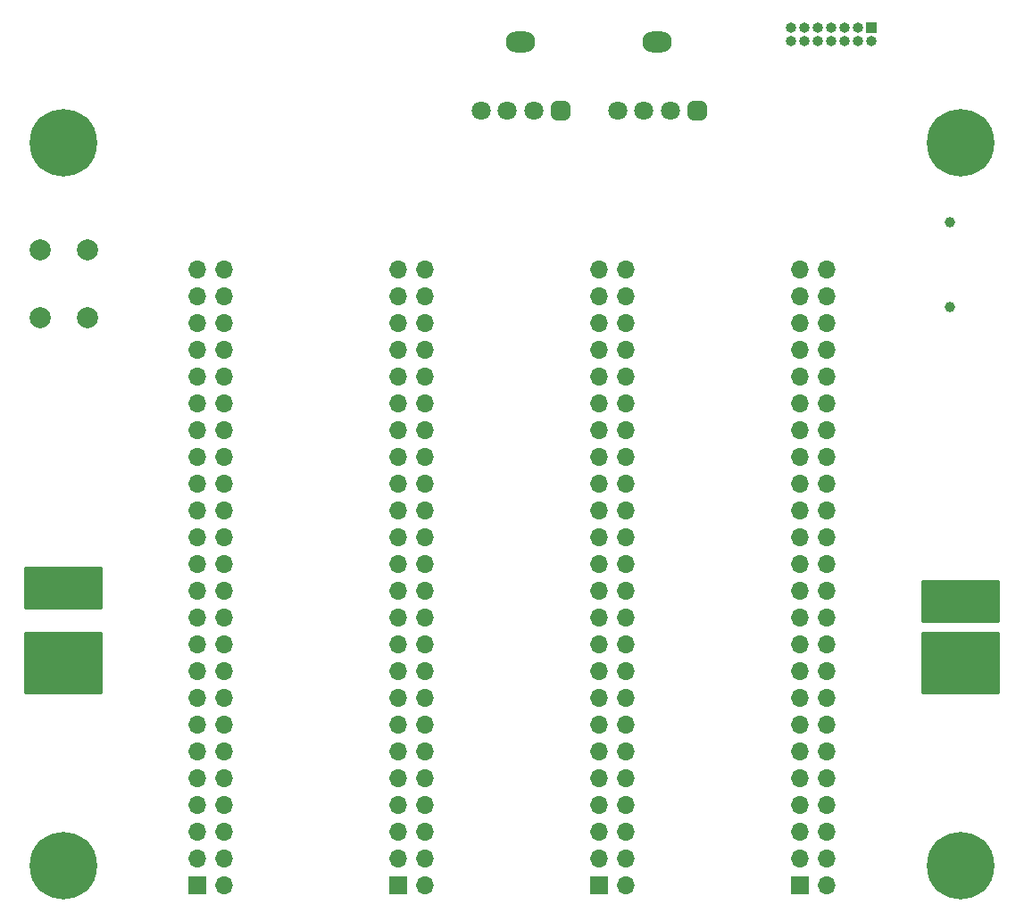
<source format=gbr>
%TF.GenerationSoftware,KiCad,Pcbnew,(6.0.0)*%
%TF.CreationDate,2022-03-21T15:06:36+09:00*%
%TF.ProjectId,MotorDriver base unit,4d6f746f-7244-4726-9976-657220626173,rev?*%
%TF.SameCoordinates,Original*%
%TF.FileFunction,Soldermask,Bot*%
%TF.FilePolarity,Negative*%
%FSLAX46Y46*%
G04 Gerber Fmt 4.6, Leading zero omitted, Abs format (unit mm)*
G04 Created by KiCad (PCBNEW (6.0.0)) date 2022-03-21 15:06:36*
%MOMM*%
%LPD*%
G01*
G04 APERTURE LIST*
G04 Aperture macros list*
%AMRoundRect*
0 Rectangle with rounded corners*
0 $1 Rounding radius*
0 $2 $3 $4 $5 $6 $7 $8 $9 X,Y pos of 4 corners*
0 Add a 4 corners polygon primitive as box body*
4,1,4,$2,$3,$4,$5,$6,$7,$8,$9,$2,$3,0*
0 Add four circle primitives for the rounded corners*
1,1,$1+$1,$2,$3*
1,1,$1+$1,$4,$5*
1,1,$1+$1,$6,$7*
1,1,$1+$1,$8,$9*
0 Add four rect primitives between the rounded corners*
20,1,$1+$1,$2,$3,$4,$5,0*
20,1,$1+$1,$4,$5,$6,$7,0*
20,1,$1+$1,$6,$7,$8,$9,0*
20,1,$1+$1,$8,$9,$2,$3,0*%
G04 Aperture macros list end*
%ADD10O,2.800000X2.000000*%
%ADD11RoundRect,0.450000X0.450000X0.450000X-0.450000X0.450000X-0.450000X-0.450000X0.450000X-0.450000X0*%
%ADD12C,1.800000*%
%ADD13C,2.000000*%
%ADD14R,1.000000X1.000000*%
%ADD15O,1.000000X1.000000*%
%ADD16C,0.800000*%
%ADD17C,6.400000*%
%ADD18C,1.000000*%
%ADD19R,1.700000X1.700000*%
%ADD20O,1.700000X1.700000*%
%ADD21RoundRect,0.100000X-3.600000X-1.900000X3.600000X-1.900000X3.600000X1.900000X-3.600000X1.900000X0*%
%ADD22RoundRect,0.102000X-3.598000X2.898000X-3.598000X-2.898000X3.598000X-2.898000X3.598000X2.898000X0*%
%ADD23RoundRect,0.100000X3.600000X1.900000X-3.600000X1.900000X-3.600000X-1.900000X3.600000X-1.900000X0*%
%ADD24RoundRect,0.102000X3.598000X-2.898000X3.598000X2.898000X-3.598000X2.898000X-3.598000X-2.898000X0*%
G04 APERTURE END LIST*
D10*
%TO.C,J3*%
X80197000Y-27917000D03*
D11*
X83947000Y-34417000D03*
D12*
X81447000Y-34417000D03*
X78947000Y-34417000D03*
X76447000Y-34417000D03*
%TD*%
D10*
%TO.C,J4*%
X93151000Y-27917000D03*
D11*
X96901000Y-34417000D03*
D12*
X94401000Y-34417000D03*
X91901000Y-34417000D03*
X89401000Y-34417000D03*
%TD*%
D13*
%TO.C,SW1*%
X39116000Y-47625000D03*
X39116000Y-54125000D03*
X34616000Y-54125000D03*
X34616000Y-47625000D03*
%TD*%
D14*
%TO.C,J1*%
X113411000Y-26543000D03*
D15*
X113411000Y-27813000D03*
X112141000Y-26543000D03*
X112141000Y-27813000D03*
X110871000Y-26543000D03*
X110871000Y-27813000D03*
X109601000Y-26543000D03*
X109601000Y-27813000D03*
X108331000Y-26543000D03*
X108331000Y-27813000D03*
X107061000Y-26543000D03*
X107061000Y-27813000D03*
X105791000Y-26543000D03*
X105791000Y-27813000D03*
%TD*%
D16*
%TO.C,H3*%
X36830000Y-39865000D03*
X38527056Y-39162056D03*
X34430000Y-37465000D03*
D17*
X36830000Y-37465000D03*
D16*
X39230000Y-37465000D03*
X35132944Y-39162056D03*
X36830000Y-35065000D03*
X35132944Y-35767944D03*
X38527056Y-35767944D03*
%TD*%
%TO.C,H4*%
X121920000Y-35065000D03*
X124320000Y-37465000D03*
X120222944Y-39162056D03*
X120222944Y-35767944D03*
X123617056Y-39162056D03*
D17*
X121920000Y-37465000D03*
D16*
X119520000Y-37465000D03*
X123617056Y-35767944D03*
X121920000Y-39865000D03*
%TD*%
D18*
%TO.C,SW2*%
X120907000Y-53038000D03*
X120907000Y-45038000D03*
%TD*%
D16*
%TO.C,H1*%
X36830000Y-108445000D03*
X39230000Y-106045000D03*
X34430000Y-106045000D03*
X35132944Y-104347944D03*
X35132944Y-107742056D03*
X38527056Y-104347944D03*
X36830000Y-103645000D03*
X38527056Y-107742056D03*
D17*
X36830000Y-106045000D03*
%TD*%
D16*
%TO.C,H2*%
X121920000Y-103645000D03*
X120222944Y-104347944D03*
X121920000Y-108445000D03*
X124320000Y-106045000D03*
X123617056Y-107742056D03*
X119520000Y-106045000D03*
X123617056Y-104347944D03*
D17*
X121920000Y-106045000D03*
D16*
X120222944Y-107742056D03*
%TD*%
D19*
%TO.C,J7*%
X49530000Y-107950000D03*
D20*
X52070000Y-107950000D03*
X49530000Y-105410000D03*
X52070000Y-105410000D03*
X49530000Y-102870000D03*
X52070000Y-102870000D03*
X49530000Y-100330000D03*
X52070000Y-100330000D03*
X49530000Y-97790000D03*
X52070000Y-97790000D03*
X49530000Y-95250000D03*
X52070000Y-95250000D03*
X49530000Y-92710000D03*
X52070000Y-92710000D03*
X49530000Y-90170000D03*
X52070000Y-90170000D03*
X49530000Y-87630000D03*
X52070000Y-87630000D03*
X49530000Y-85090000D03*
X52070000Y-85090000D03*
X49530000Y-82550000D03*
X52070000Y-82550000D03*
X49530000Y-80010000D03*
X52070000Y-80010000D03*
X49530000Y-77470000D03*
X52070000Y-77470000D03*
X49530000Y-74930000D03*
X52070000Y-74930000D03*
X49530000Y-72390000D03*
X52070000Y-72390000D03*
X49530000Y-69850000D03*
X52070000Y-69850000D03*
X49530000Y-67310000D03*
X52070000Y-67310000D03*
X49530000Y-64770000D03*
X52070000Y-64770000D03*
X49530000Y-62230000D03*
X52070000Y-62230000D03*
X49530000Y-59690000D03*
X52070000Y-59690000D03*
X49530000Y-57150000D03*
X52070000Y-57150000D03*
X49530000Y-54610000D03*
X52070000Y-54610000D03*
X49530000Y-52070000D03*
X52070000Y-52070000D03*
X49530000Y-49530000D03*
X52070000Y-49530000D03*
%TD*%
D19*
%TO.C,J8*%
X68580000Y-107950000D03*
D20*
X71120000Y-107950000D03*
X68580000Y-105410000D03*
X71120000Y-105410000D03*
X68580000Y-102870000D03*
X71120000Y-102870000D03*
X68580000Y-100330000D03*
X71120000Y-100330000D03*
X68580000Y-97790000D03*
X71120000Y-97790000D03*
X68580000Y-95250000D03*
X71120000Y-95250000D03*
X68580000Y-92710000D03*
X71120000Y-92710000D03*
X68580000Y-90170000D03*
X71120000Y-90170000D03*
X68580000Y-87630000D03*
X71120000Y-87630000D03*
X68580000Y-85090000D03*
X71120000Y-85090000D03*
X68580000Y-82550000D03*
X71120000Y-82550000D03*
X68580000Y-80010000D03*
X71120000Y-80010000D03*
X68580000Y-77470000D03*
X71120000Y-77470000D03*
X68580000Y-74930000D03*
X71120000Y-74930000D03*
X68580000Y-72390000D03*
X71120000Y-72390000D03*
X68580000Y-69850000D03*
X71120000Y-69850000D03*
X68580000Y-67310000D03*
X71120000Y-67310000D03*
X68580000Y-64770000D03*
X71120000Y-64770000D03*
X68580000Y-62230000D03*
X71120000Y-62230000D03*
X68580000Y-59690000D03*
X71120000Y-59690000D03*
X68580000Y-57150000D03*
X71120000Y-57150000D03*
X68580000Y-54610000D03*
X71120000Y-54610000D03*
X68580000Y-52070000D03*
X71120000Y-52070000D03*
X68580000Y-49530000D03*
X71120000Y-49530000D03*
%TD*%
D19*
%TO.C,J9*%
X87630000Y-107950000D03*
D20*
X90170000Y-107950000D03*
X87630000Y-105410000D03*
X90170000Y-105410000D03*
X87630000Y-102870000D03*
X90170000Y-102870000D03*
X87630000Y-100330000D03*
X90170000Y-100330000D03*
X87630000Y-97790000D03*
X90170000Y-97790000D03*
X87630000Y-95250000D03*
X90170000Y-95250000D03*
X87630000Y-92710000D03*
X90170000Y-92710000D03*
X87630000Y-90170000D03*
X90170000Y-90170000D03*
X87630000Y-87630000D03*
X90170000Y-87630000D03*
X87630000Y-85090000D03*
X90170000Y-85090000D03*
X87630000Y-82550000D03*
X90170000Y-82550000D03*
X87630000Y-80010000D03*
X90170000Y-80010000D03*
X87630000Y-77470000D03*
X90170000Y-77470000D03*
X87630000Y-74930000D03*
X90170000Y-74930000D03*
X87630000Y-72390000D03*
X90170000Y-72390000D03*
X87630000Y-69850000D03*
X90170000Y-69850000D03*
X87630000Y-67310000D03*
X90170000Y-67310000D03*
X87630000Y-64770000D03*
X90170000Y-64770000D03*
X87630000Y-62230000D03*
X90170000Y-62230000D03*
X87630000Y-59690000D03*
X90170000Y-59690000D03*
X87630000Y-57150000D03*
X90170000Y-57150000D03*
X87630000Y-54610000D03*
X90170000Y-54610000D03*
X87630000Y-52070000D03*
X90170000Y-52070000D03*
X87630000Y-49530000D03*
X90170000Y-49530000D03*
%TD*%
D19*
%TO.C,J10*%
X106680000Y-107950000D03*
D20*
X109220000Y-107950000D03*
X106680000Y-105410000D03*
X109220000Y-105410000D03*
X106680000Y-102870000D03*
X109220000Y-102870000D03*
X106680000Y-100330000D03*
X109220000Y-100330000D03*
X106680000Y-97790000D03*
X109220000Y-97790000D03*
X106680000Y-95250000D03*
X109220000Y-95250000D03*
X106680000Y-92710000D03*
X109220000Y-92710000D03*
X106680000Y-90170000D03*
X109220000Y-90170000D03*
X106680000Y-87630000D03*
X109220000Y-87630000D03*
X106680000Y-85090000D03*
X109220000Y-85090000D03*
X106680000Y-82550000D03*
X109220000Y-82550000D03*
X106680000Y-80010000D03*
X109220000Y-80010000D03*
X106680000Y-77470000D03*
X109220000Y-77470000D03*
X106680000Y-74930000D03*
X109220000Y-74930000D03*
X106680000Y-72390000D03*
X109220000Y-72390000D03*
X106680000Y-69850000D03*
X109220000Y-69850000D03*
X106680000Y-67310000D03*
X109220000Y-67310000D03*
X106680000Y-64770000D03*
X109220000Y-64770000D03*
X106680000Y-62230000D03*
X109220000Y-62230000D03*
X106680000Y-59690000D03*
X109220000Y-59690000D03*
X106680000Y-57150000D03*
X109220000Y-57150000D03*
X106680000Y-54610000D03*
X109220000Y-54610000D03*
X106680000Y-52070000D03*
X109220000Y-52070000D03*
X106680000Y-49530000D03*
X109220000Y-49530000D03*
%TD*%
D21*
%TO.C,J5*%
X121920000Y-81020000D03*
D22*
X121920000Y-86820000D03*
%TD*%
D23*
%TO.C,J6*%
X36830000Y-79720000D03*
D24*
X36830000Y-86820000D03*
%TD*%
M02*

</source>
